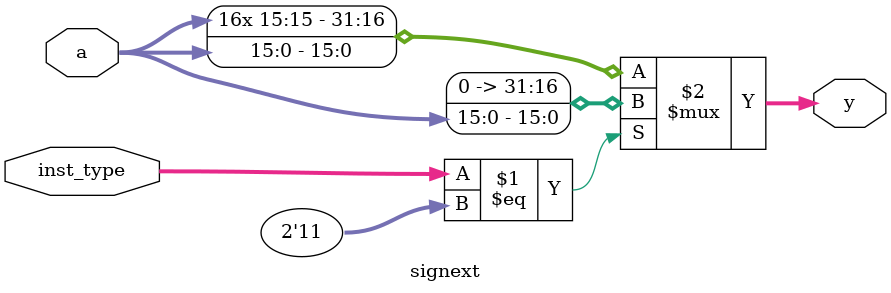
<source format=v>
`timescale 1ns / 1ps


module signext(
	input wire[15:0] a,
	input wire[1:0] inst_type,
	output wire[31:0] y
    );

	assign y = (inst_type == 2'b11)? {{16{1'b0}},a} : {{16{a[15]}},a};
endmodule

</source>
